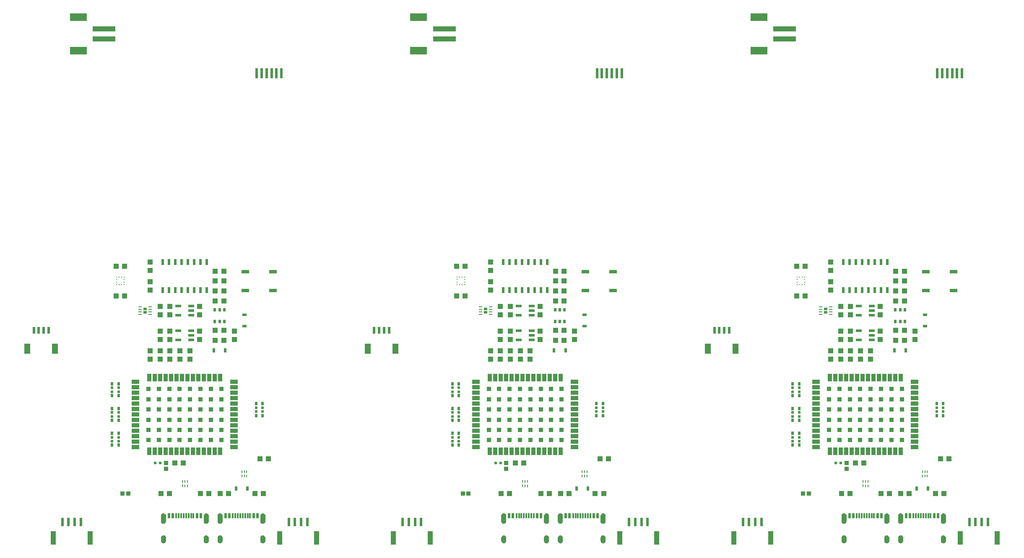
<source format=gtp>
G04 EAGLE Gerber RS-274X export*
G75*
%MOMM*%
%FSLAX34Y34*%
%LPD*%
%INSolderpaste Top*%
%IPPOS*%
%AMOC8*
5,1,8,0,0,1.08239X$1,22.5*%
G01*
%ADD10R,1.000000X1.100000*%
%ADD11R,1.200000X0.550000*%
%ADD12R,0.900000X0.850000*%
%ADD13R,1.100000X1.000000*%
%ADD14R,0.600000X0.600000*%
%ADD15R,0.850000X1.520000*%
%ADD16R,1.520000X0.850000*%
%ADD17R,0.900000X0.900000*%
%ADD18R,0.300000X1.000000*%
%ADD19R,0.600000X1.000000*%
%ADD20R,0.250000X0.610000*%
%ADD21R,0.250000X0.560000*%
%ADD22R,4.600000X1.000000*%
%ADD23R,3.400000X1.600000*%
%ADD24R,0.600000X1.700000*%
%ADD25R,1.000000X2.700000*%
%ADD26R,0.630000X0.830000*%
%ADD27R,0.637500X0.250000*%
%ADD28R,0.640000X0.500000*%
%ADD29R,1.200000X2.000000*%
%ADD30R,0.600000X1.350000*%
%ADD31R,0.600000X1.200000*%
%ADD32R,1.524000X0.762000*%
%ADD33R,0.550000X0.800000*%
%ADD34R,0.550000X0.500000*%
%ADD35R,0.830000X0.630000*%
%ADD36R,0.275000X0.250000*%
%ADD37R,0.250000X0.275000*%
%ADD38R,0.850000X0.900000*%
%ADD39R,0.600000X2.000000*%

G36*
X1071688Y41864D02*
X1071688Y41864D01*
X1071689Y41864D01*
X1072757Y41883D01*
X1072764Y41888D01*
X1072768Y41884D01*
X1073805Y42141D01*
X1073810Y42147D01*
X1073816Y42144D01*
X1074770Y42625D01*
X1074774Y42632D01*
X1074779Y42631D01*
X1075603Y43312D01*
X1075604Y43320D01*
X1075610Y43320D01*
X1076261Y44167D01*
X1076261Y44175D01*
X1076267Y44176D01*
X1076714Y45147D01*
X1076712Y45155D01*
X1076717Y45157D01*
X1076936Y46203D01*
X1076933Y46210D01*
X1076937Y46213D01*
X1076937Y58213D01*
X1076934Y58218D01*
X1076937Y58221D01*
X1076757Y59316D01*
X1076751Y59322D01*
X1076754Y59327D01*
X1076335Y60355D01*
X1076328Y60359D01*
X1076330Y60364D01*
X1075693Y61273D01*
X1075685Y61276D01*
X1075685Y61281D01*
X1074862Y62026D01*
X1074854Y62026D01*
X1074853Y62032D01*
X1073885Y62574D01*
X1073876Y62573D01*
X1073874Y62579D01*
X1072810Y62892D01*
X1072805Y62890D01*
X1072801Y62890D01*
X1072799Y62894D01*
X1071691Y62962D01*
X1071685Y62958D01*
X1071681Y62962D01*
X1070573Y62792D01*
X1070567Y62786D01*
X1070562Y62789D01*
X1069520Y62377D01*
X1069516Y62370D01*
X1069511Y62372D01*
X1068586Y61738D01*
X1068584Y61731D01*
X1068578Y61731D01*
X1067818Y60908D01*
X1067817Y60900D01*
X1067811Y60899D01*
X1067254Y59927D01*
X1067255Y59919D01*
X1067249Y59917D01*
X1066922Y58845D01*
X1066925Y58838D01*
X1066920Y58834D01*
X1066839Y57717D01*
X1066840Y57714D01*
X1066839Y57713D01*
X1066839Y45713D01*
X1066844Y45707D01*
X1066840Y45702D01*
X1067059Y44758D01*
X1067065Y44753D01*
X1067063Y44747D01*
X1067487Y43875D01*
X1067494Y43872D01*
X1067492Y43866D01*
X1068099Y43110D01*
X1068107Y43108D01*
X1068107Y43103D01*
X1068867Y42501D01*
X1068876Y42501D01*
X1068877Y42495D01*
X1069752Y42078D01*
X1069760Y42079D01*
X1069762Y42074D01*
X1070708Y41862D01*
X1070715Y41865D01*
X1070719Y41861D01*
X1071688Y41864D01*
G37*
G36*
X1185988Y41864D02*
X1185988Y41864D01*
X1185989Y41864D01*
X1187057Y41883D01*
X1187064Y41888D01*
X1187068Y41884D01*
X1188105Y42141D01*
X1188110Y42147D01*
X1188116Y42144D01*
X1189070Y42625D01*
X1189074Y42632D01*
X1189079Y42631D01*
X1189903Y43312D01*
X1189904Y43320D01*
X1189910Y43320D01*
X1190561Y44167D01*
X1190561Y44175D01*
X1190567Y44176D01*
X1191014Y45147D01*
X1191012Y45155D01*
X1191017Y45157D01*
X1191236Y46203D01*
X1191233Y46210D01*
X1191237Y46213D01*
X1191237Y58213D01*
X1191234Y58218D01*
X1191237Y58221D01*
X1191057Y59316D01*
X1191051Y59322D01*
X1191054Y59327D01*
X1190635Y60355D01*
X1190628Y60359D01*
X1190630Y60364D01*
X1189993Y61273D01*
X1189985Y61276D01*
X1189985Y61281D01*
X1189162Y62026D01*
X1189154Y62026D01*
X1189153Y62032D01*
X1188185Y62574D01*
X1188176Y62573D01*
X1188174Y62579D01*
X1187110Y62892D01*
X1187105Y62890D01*
X1187101Y62890D01*
X1187099Y62894D01*
X1185991Y62962D01*
X1185985Y62958D01*
X1185981Y62962D01*
X1184873Y62792D01*
X1184867Y62786D01*
X1184862Y62789D01*
X1183820Y62377D01*
X1183816Y62370D01*
X1183811Y62372D01*
X1182886Y61738D01*
X1182884Y61731D01*
X1182878Y61731D01*
X1182118Y60908D01*
X1182117Y60900D01*
X1182111Y60899D01*
X1181554Y59927D01*
X1181555Y59919D01*
X1181549Y59917D01*
X1181222Y58845D01*
X1181225Y58838D01*
X1181220Y58834D01*
X1181139Y57717D01*
X1181140Y57714D01*
X1181139Y57713D01*
X1181139Y45713D01*
X1181144Y45707D01*
X1181140Y45702D01*
X1181359Y44758D01*
X1181365Y44753D01*
X1181363Y44747D01*
X1181787Y43875D01*
X1181794Y43872D01*
X1181792Y43866D01*
X1182399Y43110D01*
X1182407Y43108D01*
X1182407Y43103D01*
X1183167Y42501D01*
X1183176Y42501D01*
X1183177Y42495D01*
X1184052Y42078D01*
X1184060Y42079D01*
X1184062Y42074D01*
X1185008Y41862D01*
X1185015Y41865D01*
X1185019Y41861D01*
X1185988Y41864D01*
G37*
G36*
X384618Y41864D02*
X384618Y41864D01*
X384619Y41864D01*
X385687Y41883D01*
X385694Y41888D01*
X385698Y41884D01*
X386735Y42141D01*
X386740Y42147D01*
X386746Y42144D01*
X387700Y42625D01*
X387704Y42632D01*
X387709Y42631D01*
X388533Y43312D01*
X388534Y43320D01*
X388540Y43320D01*
X389191Y44167D01*
X389191Y44175D01*
X389197Y44176D01*
X389644Y45147D01*
X389642Y45155D01*
X389647Y45157D01*
X389866Y46203D01*
X389863Y46210D01*
X389867Y46213D01*
X389867Y58213D01*
X389864Y58218D01*
X389867Y58221D01*
X389687Y59316D01*
X389681Y59322D01*
X389684Y59327D01*
X389265Y60355D01*
X389258Y60359D01*
X389260Y60364D01*
X388623Y61273D01*
X388615Y61276D01*
X388615Y61281D01*
X387792Y62026D01*
X387784Y62026D01*
X387783Y62032D01*
X386815Y62574D01*
X386806Y62573D01*
X386804Y62579D01*
X385740Y62892D01*
X385735Y62890D01*
X385731Y62890D01*
X385729Y62894D01*
X384621Y62962D01*
X384615Y62958D01*
X384611Y62962D01*
X383503Y62792D01*
X383497Y62786D01*
X383492Y62789D01*
X382450Y62377D01*
X382446Y62370D01*
X382441Y62372D01*
X381516Y61738D01*
X381514Y61731D01*
X381508Y61731D01*
X380748Y60908D01*
X380747Y60900D01*
X380741Y60899D01*
X380184Y59927D01*
X380185Y59919D01*
X380179Y59917D01*
X379852Y58845D01*
X379855Y58838D01*
X379850Y58834D01*
X379769Y57717D01*
X379770Y57714D01*
X379769Y57713D01*
X379769Y45713D01*
X379774Y45707D01*
X379770Y45702D01*
X379989Y44758D01*
X379995Y44753D01*
X379993Y44747D01*
X380417Y43875D01*
X380424Y43872D01*
X380422Y43866D01*
X381029Y43110D01*
X381037Y43108D01*
X381037Y43103D01*
X381797Y42501D01*
X381806Y42501D01*
X381807Y42495D01*
X382682Y42078D01*
X382690Y42079D01*
X382692Y42074D01*
X383638Y41862D01*
X383645Y41865D01*
X383649Y41861D01*
X384618Y41864D01*
G37*
G36*
X1873058Y41864D02*
X1873058Y41864D01*
X1873059Y41864D01*
X1874127Y41883D01*
X1874134Y41888D01*
X1874138Y41884D01*
X1875175Y42141D01*
X1875180Y42147D01*
X1875186Y42144D01*
X1876140Y42625D01*
X1876144Y42632D01*
X1876149Y42631D01*
X1876973Y43312D01*
X1876974Y43320D01*
X1876980Y43320D01*
X1877631Y44167D01*
X1877631Y44175D01*
X1877637Y44176D01*
X1878084Y45147D01*
X1878082Y45155D01*
X1878087Y45157D01*
X1878306Y46203D01*
X1878303Y46210D01*
X1878307Y46213D01*
X1878307Y58213D01*
X1878304Y58218D01*
X1878307Y58221D01*
X1878127Y59316D01*
X1878121Y59322D01*
X1878124Y59327D01*
X1877705Y60355D01*
X1877698Y60359D01*
X1877700Y60364D01*
X1877063Y61273D01*
X1877055Y61276D01*
X1877055Y61281D01*
X1876232Y62026D01*
X1876224Y62026D01*
X1876223Y62032D01*
X1875255Y62574D01*
X1875246Y62573D01*
X1875244Y62579D01*
X1874180Y62892D01*
X1874175Y62890D01*
X1874171Y62890D01*
X1874169Y62894D01*
X1873061Y62962D01*
X1873055Y62958D01*
X1873051Y62962D01*
X1871943Y62792D01*
X1871937Y62786D01*
X1871932Y62789D01*
X1870890Y62377D01*
X1870886Y62370D01*
X1870881Y62372D01*
X1869956Y61738D01*
X1869954Y61731D01*
X1869948Y61731D01*
X1869188Y60908D01*
X1869187Y60900D01*
X1869181Y60899D01*
X1868624Y59927D01*
X1868625Y59919D01*
X1868619Y59917D01*
X1868292Y58845D01*
X1868295Y58838D01*
X1868290Y58834D01*
X1868209Y57717D01*
X1868210Y57714D01*
X1868209Y57713D01*
X1868209Y45713D01*
X1868214Y45707D01*
X1868210Y45702D01*
X1868429Y44758D01*
X1868435Y44753D01*
X1868433Y44747D01*
X1868857Y43875D01*
X1868864Y43872D01*
X1868862Y43866D01*
X1869469Y43110D01*
X1869477Y43108D01*
X1869477Y43103D01*
X1870237Y42501D01*
X1870246Y42501D01*
X1870247Y42495D01*
X1871122Y42078D01*
X1871130Y42079D01*
X1871132Y42074D01*
X1872078Y41862D01*
X1872085Y41865D01*
X1872089Y41861D01*
X1873058Y41864D01*
G37*
G36*
X498918Y41864D02*
X498918Y41864D01*
X498919Y41864D01*
X499987Y41883D01*
X499994Y41888D01*
X499998Y41884D01*
X501035Y42141D01*
X501040Y42147D01*
X501046Y42144D01*
X502000Y42625D01*
X502004Y42632D01*
X502009Y42631D01*
X502833Y43312D01*
X502834Y43320D01*
X502840Y43320D01*
X503491Y44167D01*
X503491Y44175D01*
X503497Y44176D01*
X503944Y45147D01*
X503942Y45155D01*
X503947Y45157D01*
X504166Y46203D01*
X504163Y46210D01*
X504167Y46213D01*
X504167Y58213D01*
X504164Y58218D01*
X504167Y58221D01*
X503987Y59316D01*
X503981Y59322D01*
X503984Y59327D01*
X503565Y60355D01*
X503558Y60359D01*
X503560Y60364D01*
X502923Y61273D01*
X502915Y61276D01*
X502915Y61281D01*
X502092Y62026D01*
X502084Y62026D01*
X502083Y62032D01*
X501115Y62574D01*
X501106Y62573D01*
X501104Y62579D01*
X500040Y62892D01*
X500035Y62890D01*
X500031Y62890D01*
X500029Y62894D01*
X498921Y62962D01*
X498915Y62958D01*
X498911Y62962D01*
X497803Y62792D01*
X497797Y62786D01*
X497792Y62789D01*
X496750Y62377D01*
X496746Y62370D01*
X496741Y62372D01*
X495816Y61738D01*
X495814Y61731D01*
X495808Y61731D01*
X495048Y60908D01*
X495047Y60900D01*
X495041Y60899D01*
X494484Y59927D01*
X494485Y59919D01*
X494479Y59917D01*
X494152Y58845D01*
X494155Y58838D01*
X494150Y58834D01*
X494069Y57717D01*
X494070Y57714D01*
X494069Y57713D01*
X494069Y45713D01*
X494074Y45707D01*
X494070Y45702D01*
X494289Y44758D01*
X494295Y44753D01*
X494293Y44747D01*
X494717Y43875D01*
X494724Y43872D01*
X494722Y43866D01*
X495329Y43110D01*
X495337Y43108D01*
X495337Y43103D01*
X496097Y42501D01*
X496106Y42501D01*
X496107Y42495D01*
X496982Y42078D01*
X496990Y42079D01*
X496992Y42074D01*
X497938Y41862D01*
X497945Y41865D01*
X497949Y41861D01*
X498918Y41864D01*
G37*
G36*
X1758758Y41864D02*
X1758758Y41864D01*
X1758759Y41864D01*
X1759827Y41883D01*
X1759834Y41888D01*
X1759838Y41884D01*
X1760875Y42141D01*
X1760880Y42147D01*
X1760886Y42144D01*
X1761840Y42625D01*
X1761844Y42632D01*
X1761849Y42631D01*
X1762673Y43312D01*
X1762674Y43320D01*
X1762680Y43320D01*
X1763331Y44167D01*
X1763331Y44175D01*
X1763337Y44176D01*
X1763784Y45147D01*
X1763782Y45155D01*
X1763787Y45157D01*
X1764006Y46203D01*
X1764003Y46210D01*
X1764007Y46213D01*
X1764007Y58213D01*
X1764004Y58218D01*
X1764007Y58221D01*
X1763827Y59316D01*
X1763821Y59322D01*
X1763824Y59327D01*
X1763405Y60355D01*
X1763398Y60359D01*
X1763400Y60364D01*
X1762763Y61273D01*
X1762755Y61276D01*
X1762755Y61281D01*
X1761932Y62026D01*
X1761924Y62026D01*
X1761923Y62032D01*
X1760955Y62574D01*
X1760946Y62573D01*
X1760944Y62579D01*
X1759880Y62892D01*
X1759875Y62890D01*
X1759871Y62890D01*
X1759869Y62894D01*
X1758761Y62962D01*
X1758755Y62958D01*
X1758751Y62962D01*
X1757643Y62792D01*
X1757637Y62786D01*
X1757632Y62789D01*
X1756590Y62377D01*
X1756586Y62370D01*
X1756581Y62372D01*
X1755656Y61738D01*
X1755654Y61731D01*
X1755648Y61731D01*
X1754888Y60908D01*
X1754887Y60900D01*
X1754881Y60899D01*
X1754324Y59927D01*
X1754325Y59919D01*
X1754319Y59917D01*
X1753992Y58845D01*
X1753995Y58838D01*
X1753990Y58834D01*
X1753909Y57717D01*
X1753910Y57714D01*
X1753909Y57713D01*
X1753909Y45713D01*
X1753914Y45707D01*
X1753910Y45702D01*
X1754129Y44758D01*
X1754135Y44753D01*
X1754133Y44747D01*
X1754557Y43875D01*
X1754564Y43872D01*
X1754562Y43866D01*
X1755169Y43110D01*
X1755177Y43108D01*
X1755177Y43103D01*
X1755937Y42501D01*
X1755946Y42501D01*
X1755947Y42495D01*
X1756822Y42078D01*
X1756830Y42079D01*
X1756832Y42074D01*
X1757778Y41862D01*
X1757785Y41865D01*
X1757789Y41861D01*
X1758758Y41864D01*
G37*
G36*
X299199Y41873D02*
X299199Y41873D01*
X299206Y41878D01*
X299210Y41874D01*
X300262Y42124D01*
X300267Y42130D01*
X300272Y42127D01*
X301242Y42604D01*
X301245Y42612D01*
X301251Y42610D01*
X302090Y43291D01*
X302092Y43299D01*
X302098Y43299D01*
X302764Y44150D01*
X302765Y44158D01*
X302770Y44159D01*
X303231Y45137D01*
X303229Y45145D01*
X303235Y45147D01*
X303466Y46203D01*
X303463Y46210D01*
X303467Y46213D01*
X303467Y58213D01*
X303463Y58218D01*
X303467Y58222D01*
X303274Y59327D01*
X303268Y59332D01*
X303271Y59337D01*
X302838Y60372D01*
X302831Y60376D01*
X302833Y60382D01*
X302180Y61294D01*
X302172Y61296D01*
X302173Y61302D01*
X301334Y62046D01*
X301325Y62047D01*
X301325Y62053D01*
X300341Y62591D01*
X300333Y62590D01*
X300331Y62596D01*
X299252Y62902D01*
X299244Y62899D01*
X299241Y62904D01*
X298121Y62962D01*
X298116Y62959D01*
X298113Y62962D01*
X297067Y62844D01*
X297061Y62839D01*
X297056Y62842D01*
X296062Y62494D01*
X296058Y62487D01*
X296053Y62489D01*
X295161Y61929D01*
X295159Y61922D01*
X295153Y61923D01*
X294409Y61178D01*
X294407Y61170D01*
X294402Y61170D01*
X293842Y60279D01*
X293842Y60271D01*
X293837Y60269D01*
X293489Y59275D01*
X293492Y59267D01*
X293487Y59265D01*
X293369Y58219D01*
X293371Y58215D01*
X293369Y58213D01*
X293369Y46213D01*
X293372Y46209D01*
X293369Y46206D01*
X293527Y45209D01*
X293533Y45203D01*
X293530Y45199D01*
X293905Y44262D01*
X293912Y44258D01*
X293910Y44253D01*
X294484Y43423D01*
X294492Y43421D01*
X294491Y43415D01*
X295235Y42734D01*
X295244Y42733D01*
X295244Y42727D01*
X296121Y42229D01*
X296130Y42230D01*
X296132Y42225D01*
X297097Y41934D01*
X297105Y41937D01*
X297108Y41932D01*
X298115Y41864D01*
X298117Y41866D01*
X298118Y41864D01*
X299199Y41873D01*
G37*
G36*
X1787639Y41873D02*
X1787639Y41873D01*
X1787646Y41878D01*
X1787650Y41874D01*
X1788702Y42124D01*
X1788707Y42130D01*
X1788712Y42127D01*
X1789682Y42604D01*
X1789685Y42612D01*
X1789691Y42610D01*
X1790530Y43291D01*
X1790532Y43299D01*
X1790538Y43299D01*
X1791204Y44150D01*
X1791205Y44158D01*
X1791210Y44159D01*
X1791671Y45137D01*
X1791669Y45145D01*
X1791675Y45147D01*
X1791906Y46203D01*
X1791903Y46210D01*
X1791907Y46213D01*
X1791907Y58213D01*
X1791903Y58218D01*
X1791907Y58222D01*
X1791714Y59327D01*
X1791708Y59332D01*
X1791711Y59337D01*
X1791278Y60372D01*
X1791271Y60376D01*
X1791273Y60382D01*
X1790620Y61294D01*
X1790612Y61296D01*
X1790613Y61302D01*
X1789774Y62046D01*
X1789765Y62047D01*
X1789765Y62053D01*
X1788781Y62591D01*
X1788773Y62590D01*
X1788771Y62596D01*
X1787692Y62902D01*
X1787684Y62899D01*
X1787681Y62904D01*
X1786561Y62962D01*
X1786556Y62959D01*
X1786553Y62962D01*
X1785507Y62844D01*
X1785501Y62839D01*
X1785496Y62842D01*
X1784502Y62494D01*
X1784498Y62487D01*
X1784493Y62489D01*
X1783601Y61929D01*
X1783599Y61922D01*
X1783593Y61923D01*
X1782849Y61178D01*
X1782847Y61170D01*
X1782842Y61170D01*
X1782282Y60279D01*
X1782282Y60271D01*
X1782277Y60269D01*
X1781929Y59275D01*
X1781932Y59267D01*
X1781927Y59265D01*
X1781809Y58219D01*
X1781811Y58215D01*
X1781809Y58213D01*
X1781809Y46213D01*
X1781812Y46209D01*
X1781809Y46206D01*
X1781967Y45209D01*
X1781973Y45203D01*
X1781970Y45199D01*
X1782345Y44262D01*
X1782352Y44258D01*
X1782350Y44253D01*
X1782924Y43423D01*
X1782932Y43421D01*
X1782931Y43415D01*
X1783675Y42734D01*
X1783684Y42733D01*
X1783684Y42727D01*
X1784561Y42229D01*
X1784570Y42230D01*
X1784572Y42225D01*
X1785537Y41934D01*
X1785545Y41937D01*
X1785548Y41932D01*
X1786555Y41864D01*
X1786557Y41866D01*
X1786558Y41864D01*
X1787639Y41873D01*
G37*
G36*
X1673339Y41873D02*
X1673339Y41873D01*
X1673346Y41878D01*
X1673350Y41874D01*
X1674402Y42124D01*
X1674407Y42130D01*
X1674412Y42127D01*
X1675382Y42604D01*
X1675385Y42612D01*
X1675391Y42610D01*
X1676230Y43291D01*
X1676232Y43299D01*
X1676238Y43299D01*
X1676904Y44150D01*
X1676905Y44158D01*
X1676910Y44159D01*
X1677371Y45137D01*
X1677369Y45145D01*
X1677375Y45147D01*
X1677606Y46203D01*
X1677603Y46210D01*
X1677607Y46213D01*
X1677607Y58213D01*
X1677603Y58218D01*
X1677607Y58222D01*
X1677414Y59327D01*
X1677408Y59332D01*
X1677411Y59337D01*
X1676978Y60372D01*
X1676971Y60376D01*
X1676973Y60382D01*
X1676320Y61294D01*
X1676312Y61296D01*
X1676313Y61302D01*
X1675474Y62046D01*
X1675465Y62047D01*
X1675465Y62053D01*
X1674481Y62591D01*
X1674473Y62590D01*
X1674471Y62596D01*
X1673392Y62902D01*
X1673384Y62899D01*
X1673381Y62904D01*
X1672261Y62962D01*
X1672256Y62959D01*
X1672253Y62962D01*
X1671207Y62844D01*
X1671201Y62839D01*
X1671196Y62842D01*
X1670202Y62494D01*
X1670198Y62487D01*
X1670193Y62489D01*
X1669301Y61929D01*
X1669299Y61922D01*
X1669293Y61923D01*
X1668549Y61178D01*
X1668547Y61170D01*
X1668542Y61170D01*
X1667982Y60279D01*
X1667982Y60271D01*
X1667977Y60269D01*
X1667629Y59275D01*
X1667632Y59267D01*
X1667627Y59265D01*
X1667509Y58219D01*
X1667511Y58215D01*
X1667509Y58213D01*
X1667509Y46213D01*
X1667512Y46209D01*
X1667509Y46206D01*
X1667667Y45209D01*
X1667673Y45203D01*
X1667670Y45199D01*
X1668045Y44262D01*
X1668052Y44258D01*
X1668050Y44253D01*
X1668624Y43423D01*
X1668632Y43421D01*
X1668631Y43415D01*
X1669375Y42734D01*
X1669384Y42733D01*
X1669384Y42727D01*
X1670261Y42229D01*
X1670270Y42230D01*
X1670272Y42225D01*
X1671237Y41934D01*
X1671245Y41937D01*
X1671248Y41932D01*
X1672255Y41864D01*
X1672257Y41866D01*
X1672258Y41864D01*
X1673339Y41873D01*
G37*
G36*
X986269Y41873D02*
X986269Y41873D01*
X986276Y41878D01*
X986280Y41874D01*
X987332Y42124D01*
X987337Y42130D01*
X987342Y42127D01*
X988312Y42604D01*
X988315Y42612D01*
X988321Y42610D01*
X989160Y43291D01*
X989162Y43299D01*
X989168Y43299D01*
X989834Y44150D01*
X989835Y44158D01*
X989840Y44159D01*
X990301Y45137D01*
X990299Y45145D01*
X990305Y45147D01*
X990536Y46203D01*
X990533Y46210D01*
X990537Y46213D01*
X990537Y58213D01*
X990533Y58218D01*
X990537Y58222D01*
X990344Y59327D01*
X990338Y59332D01*
X990341Y59337D01*
X989908Y60372D01*
X989901Y60376D01*
X989903Y60382D01*
X989250Y61294D01*
X989242Y61296D01*
X989243Y61302D01*
X988404Y62046D01*
X988395Y62047D01*
X988395Y62053D01*
X987411Y62591D01*
X987403Y62590D01*
X987401Y62596D01*
X986322Y62902D01*
X986314Y62899D01*
X986311Y62904D01*
X985191Y62962D01*
X985186Y62959D01*
X985183Y62962D01*
X984137Y62844D01*
X984131Y62839D01*
X984126Y62842D01*
X983132Y62494D01*
X983128Y62487D01*
X983123Y62489D01*
X982231Y61929D01*
X982229Y61922D01*
X982223Y61923D01*
X981479Y61178D01*
X981477Y61170D01*
X981472Y61170D01*
X980912Y60279D01*
X980912Y60271D01*
X980907Y60269D01*
X980559Y59275D01*
X980562Y59267D01*
X980557Y59265D01*
X980439Y58219D01*
X980441Y58215D01*
X980439Y58213D01*
X980439Y46213D01*
X980442Y46209D01*
X980439Y46206D01*
X980597Y45209D01*
X980603Y45203D01*
X980600Y45199D01*
X980975Y44262D01*
X980982Y44258D01*
X980980Y44253D01*
X981554Y43423D01*
X981562Y43421D01*
X981561Y43415D01*
X982305Y42734D01*
X982314Y42733D01*
X982314Y42727D01*
X983191Y42229D01*
X983200Y42230D01*
X983202Y42225D01*
X984167Y41934D01*
X984175Y41937D01*
X984178Y41932D01*
X985185Y41864D01*
X985187Y41866D01*
X985188Y41864D01*
X986269Y41873D01*
G37*
G36*
X1100569Y41873D02*
X1100569Y41873D01*
X1100576Y41878D01*
X1100580Y41874D01*
X1101632Y42124D01*
X1101637Y42130D01*
X1101642Y42127D01*
X1102612Y42604D01*
X1102615Y42612D01*
X1102621Y42610D01*
X1103460Y43291D01*
X1103462Y43299D01*
X1103468Y43299D01*
X1104134Y44150D01*
X1104135Y44158D01*
X1104140Y44159D01*
X1104601Y45137D01*
X1104599Y45145D01*
X1104605Y45147D01*
X1104836Y46203D01*
X1104833Y46210D01*
X1104837Y46213D01*
X1104837Y58213D01*
X1104833Y58218D01*
X1104837Y58222D01*
X1104644Y59327D01*
X1104638Y59332D01*
X1104641Y59337D01*
X1104208Y60372D01*
X1104201Y60376D01*
X1104203Y60382D01*
X1103550Y61294D01*
X1103542Y61296D01*
X1103543Y61302D01*
X1102704Y62046D01*
X1102695Y62047D01*
X1102695Y62053D01*
X1101711Y62591D01*
X1101703Y62590D01*
X1101701Y62596D01*
X1100622Y62902D01*
X1100614Y62899D01*
X1100611Y62904D01*
X1099491Y62962D01*
X1099486Y62959D01*
X1099483Y62962D01*
X1098437Y62844D01*
X1098431Y62839D01*
X1098426Y62842D01*
X1097432Y62494D01*
X1097428Y62487D01*
X1097423Y62489D01*
X1096531Y61929D01*
X1096529Y61922D01*
X1096523Y61923D01*
X1095779Y61178D01*
X1095777Y61170D01*
X1095772Y61170D01*
X1095212Y60279D01*
X1095212Y60271D01*
X1095207Y60269D01*
X1094859Y59275D01*
X1094862Y59267D01*
X1094857Y59265D01*
X1094739Y58219D01*
X1094741Y58215D01*
X1094739Y58213D01*
X1094739Y46213D01*
X1094742Y46209D01*
X1094739Y46206D01*
X1094897Y45209D01*
X1094903Y45203D01*
X1094900Y45199D01*
X1095275Y44262D01*
X1095282Y44258D01*
X1095280Y44253D01*
X1095854Y43423D01*
X1095862Y43421D01*
X1095861Y43415D01*
X1096605Y42734D01*
X1096614Y42733D01*
X1096614Y42727D01*
X1097491Y42229D01*
X1097500Y42230D01*
X1097502Y42225D01*
X1098467Y41934D01*
X1098475Y41937D01*
X1098478Y41932D01*
X1099485Y41864D01*
X1099487Y41866D01*
X1099488Y41864D01*
X1100569Y41873D01*
G37*
G36*
X413499Y41873D02*
X413499Y41873D01*
X413506Y41878D01*
X413510Y41874D01*
X414562Y42124D01*
X414567Y42130D01*
X414572Y42127D01*
X415542Y42604D01*
X415545Y42612D01*
X415551Y42610D01*
X416390Y43291D01*
X416392Y43299D01*
X416398Y43299D01*
X417064Y44150D01*
X417065Y44158D01*
X417070Y44159D01*
X417531Y45137D01*
X417529Y45145D01*
X417535Y45147D01*
X417766Y46203D01*
X417763Y46210D01*
X417767Y46213D01*
X417767Y58213D01*
X417763Y58218D01*
X417767Y58222D01*
X417574Y59327D01*
X417568Y59332D01*
X417571Y59337D01*
X417138Y60372D01*
X417131Y60376D01*
X417133Y60382D01*
X416480Y61294D01*
X416472Y61296D01*
X416473Y61302D01*
X415634Y62046D01*
X415625Y62047D01*
X415625Y62053D01*
X414641Y62591D01*
X414633Y62590D01*
X414631Y62596D01*
X413552Y62902D01*
X413544Y62899D01*
X413541Y62904D01*
X412421Y62962D01*
X412416Y62959D01*
X412413Y62962D01*
X411367Y62844D01*
X411361Y62839D01*
X411356Y62842D01*
X410362Y62494D01*
X410358Y62487D01*
X410353Y62489D01*
X409461Y61929D01*
X409459Y61922D01*
X409453Y61923D01*
X408709Y61178D01*
X408707Y61170D01*
X408702Y61170D01*
X408142Y60279D01*
X408142Y60271D01*
X408137Y60269D01*
X407789Y59275D01*
X407792Y59267D01*
X407787Y59265D01*
X407669Y58219D01*
X407671Y58215D01*
X407669Y58213D01*
X407669Y46213D01*
X407672Y46209D01*
X407669Y46206D01*
X407827Y45209D01*
X407833Y45203D01*
X407830Y45199D01*
X408205Y44262D01*
X408212Y44258D01*
X408210Y44253D01*
X408784Y43423D01*
X408792Y43421D01*
X408791Y43415D01*
X409535Y42734D01*
X409544Y42733D01*
X409544Y42727D01*
X410421Y42229D01*
X410430Y42230D01*
X410432Y42225D01*
X411397Y41934D01*
X411405Y41937D01*
X411408Y41932D01*
X412415Y41864D01*
X412417Y41866D01*
X412418Y41864D01*
X413499Y41873D01*
G37*
G36*
X1186492Y2368D02*
X1186492Y2368D01*
X1186495Y2364D01*
X1187571Y2519D01*
X1187576Y2525D01*
X1187581Y2522D01*
X1188595Y2913D01*
X1188599Y2920D01*
X1188605Y2918D01*
X1189507Y3524D01*
X1189509Y3532D01*
X1189515Y3531D01*
X1190259Y4323D01*
X1190260Y4331D01*
X1190266Y4332D01*
X1190815Y5269D01*
X1190814Y5277D01*
X1190820Y5279D01*
X1191147Y6315D01*
X1191144Y6323D01*
X1191149Y6326D01*
X1191237Y7409D01*
X1191235Y7412D01*
X1191237Y7413D01*
X1191237Y13413D01*
X1191234Y13417D01*
X1191237Y13420D01*
X1191087Y14552D01*
X1191081Y14558D01*
X1191084Y14563D01*
X1190686Y15633D01*
X1190679Y15638D01*
X1190681Y15643D01*
X1190054Y16598D01*
X1190046Y16601D01*
X1190047Y16607D01*
X1189224Y17398D01*
X1189216Y17399D01*
X1189215Y17405D01*
X1188236Y17994D01*
X1188228Y17993D01*
X1188226Y17998D01*
X1187141Y18354D01*
X1187133Y18352D01*
X1187130Y18357D01*
X1185993Y18462D01*
X1185984Y18457D01*
X1185979Y18462D01*
X1184842Y18255D01*
X1184836Y18249D01*
X1184831Y18251D01*
X1183769Y17797D01*
X1183765Y17789D01*
X1183759Y17791D01*
X1182824Y17111D01*
X1182822Y17103D01*
X1182816Y17104D01*
X1182056Y16233D01*
X1182056Y16225D01*
X1182050Y16224D01*
X1181503Y15206D01*
X1181504Y15198D01*
X1181499Y15195D01*
X1181495Y15182D01*
X1181482Y15133D01*
X1181481Y15133D01*
X1181482Y15133D01*
X1181468Y15084D01*
X1181454Y15035D01*
X1181454Y15034D01*
X1181441Y14985D01*
X1181427Y14936D01*
X1181414Y14887D01*
X1181400Y14838D01*
X1181400Y14837D01*
X1181387Y14788D01*
X1181373Y14739D01*
X1181359Y14690D01*
X1181346Y14641D01*
X1181346Y14640D01*
X1181332Y14591D01*
X1181319Y14542D01*
X1181305Y14493D01*
X1181292Y14444D01*
X1181292Y14443D01*
X1181278Y14394D01*
X1181265Y14345D01*
X1181264Y14345D01*
X1181251Y14296D01*
X1181237Y14247D01*
X1181192Y14081D01*
X1181195Y14073D01*
X1181190Y14070D01*
X1181139Y12915D01*
X1181140Y12914D01*
X1181139Y12913D01*
X1181139Y6913D01*
X1181143Y6908D01*
X1181140Y6904D01*
X1181352Y5823D01*
X1181358Y5818D01*
X1181355Y5813D01*
X1181802Y4807D01*
X1181809Y4803D01*
X1181807Y4797D01*
X1182467Y3916D01*
X1182475Y3914D01*
X1182475Y3908D01*
X1183314Y3195D01*
X1183322Y3195D01*
X1183323Y3189D01*
X1184300Y2681D01*
X1184308Y2683D01*
X1184310Y2677D01*
X1185375Y2399D01*
X1185383Y2403D01*
X1185386Y2398D01*
X1186487Y2364D01*
X1186492Y2368D01*
G37*
G36*
X1072192Y2368D02*
X1072192Y2368D01*
X1072195Y2364D01*
X1073271Y2519D01*
X1073276Y2525D01*
X1073281Y2522D01*
X1074295Y2913D01*
X1074299Y2920D01*
X1074305Y2918D01*
X1075207Y3524D01*
X1075209Y3532D01*
X1075215Y3531D01*
X1075959Y4323D01*
X1075960Y4331D01*
X1075966Y4332D01*
X1076515Y5269D01*
X1076514Y5277D01*
X1076520Y5279D01*
X1076847Y6315D01*
X1076844Y6323D01*
X1076849Y6326D01*
X1076937Y7409D01*
X1076935Y7412D01*
X1076937Y7413D01*
X1076937Y13413D01*
X1076934Y13417D01*
X1076937Y13420D01*
X1076787Y14552D01*
X1076781Y14558D01*
X1076784Y14563D01*
X1076386Y15633D01*
X1076379Y15638D01*
X1076381Y15643D01*
X1075754Y16598D01*
X1075746Y16601D01*
X1075747Y16607D01*
X1074924Y17398D01*
X1074916Y17399D01*
X1074915Y17405D01*
X1073936Y17994D01*
X1073928Y17993D01*
X1073926Y17998D01*
X1072841Y18354D01*
X1072833Y18352D01*
X1072830Y18357D01*
X1071693Y18462D01*
X1071684Y18457D01*
X1071679Y18462D01*
X1070542Y18255D01*
X1070536Y18249D01*
X1070531Y18251D01*
X1069469Y17797D01*
X1069465Y17789D01*
X1069459Y17791D01*
X1068524Y17111D01*
X1068522Y17103D01*
X1068516Y17104D01*
X1067756Y16233D01*
X1067756Y16225D01*
X1067750Y16224D01*
X1067203Y15206D01*
X1067204Y15198D01*
X1067199Y15195D01*
X1067195Y15182D01*
X1067182Y15133D01*
X1067181Y15133D01*
X1067182Y15133D01*
X1067168Y15084D01*
X1067154Y15035D01*
X1067154Y15034D01*
X1067141Y14985D01*
X1067127Y14936D01*
X1067114Y14887D01*
X1067100Y14838D01*
X1067100Y14837D01*
X1067087Y14788D01*
X1067073Y14739D01*
X1067059Y14690D01*
X1067046Y14641D01*
X1067046Y14640D01*
X1067032Y14591D01*
X1067019Y14542D01*
X1067005Y14493D01*
X1066992Y14444D01*
X1066992Y14443D01*
X1066978Y14394D01*
X1066965Y14345D01*
X1066964Y14345D01*
X1066951Y14296D01*
X1066937Y14247D01*
X1066892Y14081D01*
X1066895Y14073D01*
X1066890Y14070D01*
X1066839Y12915D01*
X1066840Y12914D01*
X1066839Y12913D01*
X1066839Y6913D01*
X1066843Y6908D01*
X1066840Y6904D01*
X1067052Y5823D01*
X1067058Y5818D01*
X1067055Y5813D01*
X1067502Y4807D01*
X1067509Y4803D01*
X1067507Y4797D01*
X1068167Y3916D01*
X1068175Y3914D01*
X1068175Y3908D01*
X1069014Y3195D01*
X1069022Y3195D01*
X1069023Y3189D01*
X1070000Y2681D01*
X1070008Y2683D01*
X1070010Y2677D01*
X1071075Y2399D01*
X1071083Y2403D01*
X1071086Y2398D01*
X1072187Y2364D01*
X1072192Y2368D01*
G37*
G36*
X385122Y2368D02*
X385122Y2368D01*
X385125Y2364D01*
X386201Y2519D01*
X386206Y2525D01*
X386211Y2522D01*
X387225Y2913D01*
X387229Y2920D01*
X387235Y2918D01*
X388137Y3524D01*
X388139Y3532D01*
X388145Y3531D01*
X388889Y4323D01*
X388890Y4331D01*
X388896Y4332D01*
X389445Y5269D01*
X389444Y5277D01*
X389450Y5279D01*
X389777Y6315D01*
X389774Y6323D01*
X389779Y6326D01*
X389867Y7409D01*
X389865Y7412D01*
X389867Y7413D01*
X389867Y13413D01*
X389864Y13417D01*
X389867Y13420D01*
X389717Y14552D01*
X389711Y14558D01*
X389714Y14563D01*
X389316Y15633D01*
X389309Y15638D01*
X389311Y15643D01*
X388684Y16598D01*
X388676Y16601D01*
X388677Y16607D01*
X387854Y17398D01*
X387846Y17399D01*
X387845Y17405D01*
X386866Y17994D01*
X386858Y17993D01*
X386856Y17998D01*
X385771Y18354D01*
X385763Y18352D01*
X385760Y18357D01*
X384623Y18462D01*
X384614Y18457D01*
X384609Y18462D01*
X383472Y18255D01*
X383466Y18249D01*
X383461Y18251D01*
X382399Y17797D01*
X382395Y17789D01*
X382389Y17791D01*
X381454Y17111D01*
X381452Y17103D01*
X381446Y17104D01*
X380686Y16233D01*
X380686Y16225D01*
X380680Y16224D01*
X380133Y15206D01*
X380134Y15198D01*
X380129Y15195D01*
X380125Y15182D01*
X380112Y15133D01*
X380111Y15133D01*
X380112Y15133D01*
X380098Y15084D01*
X380084Y15035D01*
X380084Y15034D01*
X380071Y14985D01*
X380057Y14936D01*
X380044Y14887D01*
X380030Y14838D01*
X380030Y14837D01*
X380017Y14788D01*
X380003Y14739D01*
X379989Y14690D01*
X379976Y14641D01*
X379976Y14640D01*
X379962Y14591D01*
X379949Y14542D01*
X379935Y14493D01*
X379922Y14444D01*
X379922Y14443D01*
X379908Y14394D01*
X379895Y14345D01*
X379894Y14345D01*
X379881Y14296D01*
X379867Y14247D01*
X379822Y14081D01*
X379825Y14073D01*
X379820Y14070D01*
X379769Y12915D01*
X379770Y12914D01*
X379769Y12913D01*
X379769Y6913D01*
X379773Y6908D01*
X379770Y6904D01*
X379982Y5823D01*
X379988Y5818D01*
X379985Y5813D01*
X380432Y4807D01*
X380439Y4803D01*
X380437Y4797D01*
X381097Y3916D01*
X381105Y3914D01*
X381105Y3908D01*
X381944Y3195D01*
X381952Y3195D01*
X381953Y3189D01*
X382930Y2681D01*
X382938Y2683D01*
X382940Y2677D01*
X384005Y2399D01*
X384013Y2403D01*
X384016Y2398D01*
X385117Y2364D01*
X385122Y2368D01*
G37*
G36*
X1759262Y2368D02*
X1759262Y2368D01*
X1759265Y2364D01*
X1760341Y2519D01*
X1760346Y2525D01*
X1760351Y2522D01*
X1761365Y2913D01*
X1761369Y2920D01*
X1761375Y2918D01*
X1762277Y3524D01*
X1762279Y3532D01*
X1762285Y3531D01*
X1763029Y4323D01*
X1763030Y4331D01*
X1763036Y4332D01*
X1763585Y5269D01*
X1763584Y5277D01*
X1763590Y5279D01*
X1763917Y6315D01*
X1763914Y6323D01*
X1763919Y6326D01*
X1764007Y7409D01*
X1764005Y7412D01*
X1764007Y7413D01*
X1764007Y13413D01*
X1764004Y13417D01*
X1764007Y13420D01*
X1763857Y14552D01*
X1763851Y14558D01*
X1763854Y14563D01*
X1763456Y15633D01*
X1763449Y15638D01*
X1763451Y15643D01*
X1762824Y16598D01*
X1762816Y16601D01*
X1762817Y16607D01*
X1761994Y17398D01*
X1761986Y17399D01*
X1761985Y17405D01*
X1761006Y17994D01*
X1760998Y17993D01*
X1760996Y17998D01*
X1759911Y18354D01*
X1759903Y18352D01*
X1759900Y18357D01*
X1758763Y18462D01*
X1758754Y18457D01*
X1758749Y18462D01*
X1757612Y18255D01*
X1757606Y18249D01*
X1757601Y18251D01*
X1756539Y17797D01*
X1756535Y17789D01*
X1756529Y17791D01*
X1755594Y17111D01*
X1755592Y17103D01*
X1755586Y17104D01*
X1754826Y16233D01*
X1754826Y16225D01*
X1754820Y16224D01*
X1754273Y15206D01*
X1754274Y15198D01*
X1754269Y15195D01*
X1754265Y15182D01*
X1754252Y15133D01*
X1754251Y15133D01*
X1754252Y15133D01*
X1754238Y15084D01*
X1754224Y15035D01*
X1754224Y15034D01*
X1754211Y14985D01*
X1754197Y14936D01*
X1754184Y14887D01*
X1754170Y14838D01*
X1754170Y14837D01*
X1754157Y14788D01*
X1754143Y14739D01*
X1754129Y14690D01*
X1754116Y14641D01*
X1754116Y14640D01*
X1754102Y14591D01*
X1754089Y14542D01*
X1754075Y14493D01*
X1754062Y14444D01*
X1754062Y14443D01*
X1754048Y14394D01*
X1754035Y14345D01*
X1754034Y14345D01*
X1754021Y14296D01*
X1754007Y14247D01*
X1753962Y14081D01*
X1753965Y14073D01*
X1753960Y14070D01*
X1753909Y12915D01*
X1753910Y12914D01*
X1753909Y12913D01*
X1753909Y6913D01*
X1753913Y6908D01*
X1753910Y6904D01*
X1754122Y5823D01*
X1754128Y5818D01*
X1754125Y5813D01*
X1754572Y4807D01*
X1754579Y4803D01*
X1754577Y4797D01*
X1755237Y3916D01*
X1755245Y3914D01*
X1755245Y3908D01*
X1756084Y3195D01*
X1756092Y3195D01*
X1756093Y3189D01*
X1757070Y2681D01*
X1757078Y2683D01*
X1757080Y2677D01*
X1758145Y2399D01*
X1758153Y2403D01*
X1758156Y2398D01*
X1759257Y2364D01*
X1759262Y2368D01*
G37*
G36*
X1873562Y2368D02*
X1873562Y2368D01*
X1873565Y2364D01*
X1874641Y2519D01*
X1874646Y2525D01*
X1874651Y2522D01*
X1875665Y2913D01*
X1875669Y2920D01*
X1875675Y2918D01*
X1876577Y3524D01*
X1876579Y3532D01*
X1876585Y3531D01*
X1877329Y4323D01*
X1877330Y4331D01*
X1877336Y4332D01*
X1877885Y5269D01*
X1877884Y5277D01*
X1877890Y5279D01*
X1878217Y6315D01*
X1878214Y6323D01*
X1878219Y6326D01*
X1878307Y7409D01*
X1878305Y7412D01*
X1878307Y7413D01*
X1878307Y13413D01*
X1878304Y13417D01*
X1878307Y13420D01*
X1878157Y14552D01*
X1878151Y14558D01*
X1878154Y14563D01*
X1877756Y15633D01*
X1877749Y15638D01*
X1877751Y15643D01*
X1877124Y16598D01*
X1877116Y16601D01*
X1877117Y16607D01*
X1876294Y17398D01*
X1876286Y17399D01*
X1876285Y17405D01*
X1875306Y17994D01*
X1875298Y17993D01*
X1875296Y17998D01*
X1874211Y18354D01*
X1874203Y18352D01*
X1874200Y18357D01*
X1873063Y18462D01*
X1873054Y18457D01*
X1873049Y18462D01*
X1871912Y18255D01*
X1871906Y18249D01*
X1871901Y18251D01*
X1870839Y17797D01*
X1870835Y17789D01*
X1870829Y17791D01*
X1869894Y17111D01*
X1869892Y17103D01*
X1869886Y17104D01*
X1869126Y16233D01*
X1869126Y16225D01*
X1869120Y16224D01*
X1868573Y15206D01*
X1868574Y15198D01*
X1868569Y15195D01*
X1868565Y15182D01*
X1868552Y15133D01*
X1868551Y15133D01*
X1868552Y15133D01*
X1868538Y15084D01*
X1868524Y15035D01*
X1868524Y15034D01*
X1868511Y14985D01*
X1868497Y14936D01*
X1868484Y14887D01*
X1868470Y14838D01*
X1868470Y14837D01*
X1868457Y14788D01*
X1868443Y14739D01*
X1868429Y14690D01*
X1868416Y14641D01*
X1868416Y14640D01*
X1868402Y14591D01*
X1868389Y14542D01*
X1868375Y14493D01*
X1868362Y14444D01*
X1868362Y14443D01*
X1868348Y14394D01*
X1868335Y14345D01*
X1868334Y14345D01*
X1868321Y14296D01*
X1868307Y14247D01*
X1868262Y14081D01*
X1868265Y14073D01*
X1868260Y14070D01*
X1868209Y12915D01*
X1868210Y12914D01*
X1868209Y12913D01*
X1868209Y6913D01*
X1868213Y6908D01*
X1868210Y6904D01*
X1868422Y5823D01*
X1868428Y5818D01*
X1868425Y5813D01*
X1868872Y4807D01*
X1868879Y4803D01*
X1868877Y4797D01*
X1869537Y3916D01*
X1869545Y3914D01*
X1869545Y3908D01*
X1870384Y3195D01*
X1870392Y3195D01*
X1870393Y3189D01*
X1871370Y2681D01*
X1871378Y2683D01*
X1871380Y2677D01*
X1872445Y2399D01*
X1872453Y2403D01*
X1872456Y2398D01*
X1873557Y2364D01*
X1873562Y2368D01*
G37*
G36*
X499422Y2368D02*
X499422Y2368D01*
X499425Y2364D01*
X500501Y2519D01*
X500506Y2525D01*
X500511Y2522D01*
X501525Y2913D01*
X501529Y2920D01*
X501535Y2918D01*
X502437Y3524D01*
X502439Y3532D01*
X502445Y3531D01*
X503189Y4323D01*
X503190Y4331D01*
X503196Y4332D01*
X503745Y5269D01*
X503744Y5277D01*
X503750Y5279D01*
X504077Y6315D01*
X504074Y6323D01*
X504079Y6326D01*
X504167Y7409D01*
X504165Y7412D01*
X504167Y7413D01*
X504167Y13413D01*
X504164Y13417D01*
X504167Y13420D01*
X504017Y14552D01*
X504011Y14558D01*
X504014Y14563D01*
X503616Y15633D01*
X503609Y15638D01*
X503611Y15643D01*
X502984Y16598D01*
X502976Y16601D01*
X502977Y16607D01*
X502154Y17398D01*
X502146Y17399D01*
X502145Y17405D01*
X501166Y17994D01*
X501158Y17993D01*
X501156Y17998D01*
X500071Y18354D01*
X500063Y18352D01*
X500060Y18357D01*
X498923Y18462D01*
X498914Y18457D01*
X498909Y18462D01*
X497772Y18255D01*
X497766Y18249D01*
X497761Y18251D01*
X496699Y17797D01*
X496695Y17789D01*
X496689Y17791D01*
X495754Y17111D01*
X495752Y17103D01*
X495746Y17104D01*
X494986Y16233D01*
X494986Y16225D01*
X494980Y16224D01*
X494433Y15206D01*
X494434Y15198D01*
X494429Y15195D01*
X494425Y15182D01*
X494412Y15133D01*
X494411Y15133D01*
X494412Y15133D01*
X494398Y15084D01*
X494384Y15035D01*
X494384Y15034D01*
X494371Y14985D01*
X494357Y14936D01*
X494344Y14887D01*
X494330Y14838D01*
X494330Y14837D01*
X494317Y14788D01*
X494303Y14739D01*
X494289Y14690D01*
X494276Y14641D01*
X494276Y14640D01*
X494262Y14591D01*
X494249Y14542D01*
X494235Y14493D01*
X494222Y14444D01*
X494222Y14443D01*
X494208Y14394D01*
X494195Y14345D01*
X494194Y14345D01*
X494181Y14296D01*
X494167Y14247D01*
X494122Y14081D01*
X494125Y14073D01*
X494120Y14070D01*
X494069Y12915D01*
X494070Y12914D01*
X494069Y12913D01*
X494069Y6913D01*
X494073Y6908D01*
X494070Y6904D01*
X494282Y5823D01*
X494288Y5818D01*
X494285Y5813D01*
X494732Y4807D01*
X494739Y4803D01*
X494737Y4797D01*
X495397Y3916D01*
X495405Y3914D01*
X495405Y3908D01*
X496244Y3195D01*
X496252Y3195D01*
X496253Y3189D01*
X497230Y2681D01*
X497238Y2683D01*
X497240Y2677D01*
X498305Y2399D01*
X498313Y2403D01*
X498316Y2398D01*
X499417Y2364D01*
X499422Y2368D01*
G37*
G36*
X412920Y2369D02*
X412920Y2369D01*
X412925Y2364D01*
X414012Y2509D01*
X414018Y2515D01*
X414023Y2512D01*
X415051Y2896D01*
X415056Y2903D01*
X415061Y2901D01*
X415978Y3503D01*
X415981Y3511D01*
X415987Y3510D01*
X416747Y4302D01*
X416748Y4310D01*
X416754Y4311D01*
X417318Y5252D01*
X417318Y5256D01*
X417319Y5256D01*
X417318Y5258D01*
X417317Y5260D01*
X417323Y5262D01*
X417664Y6305D01*
X417662Y6313D01*
X417666Y6316D01*
X417767Y7409D01*
X417765Y7412D01*
X417767Y7413D01*
X417767Y13413D01*
X417765Y13416D01*
X417767Y13418D01*
X417666Y14511D01*
X417661Y14517D01*
X417664Y14521D01*
X417323Y15564D01*
X417316Y15569D01*
X417318Y15574D01*
X416754Y16515D01*
X416746Y16518D01*
X416747Y16524D01*
X415987Y17316D01*
X415979Y17317D01*
X415978Y17323D01*
X415061Y17926D01*
X415053Y17925D01*
X415051Y17931D01*
X414023Y18314D01*
X414015Y18312D01*
X414012Y18317D01*
X412925Y18462D01*
X412917Y18458D01*
X412913Y18462D01*
X411776Y18357D01*
X411770Y18351D01*
X411765Y18354D01*
X410680Y17998D01*
X410675Y17992D01*
X410670Y17994D01*
X409691Y17405D01*
X409688Y17397D01*
X409682Y17398D01*
X408859Y16607D01*
X408858Y16599D01*
X408852Y16598D01*
X408225Y15643D01*
X408226Y15635D01*
X408220Y15633D01*
X407822Y14563D01*
X407824Y14555D01*
X407819Y14552D01*
X407669Y13420D01*
X407672Y13415D01*
X407669Y13413D01*
X407669Y7413D01*
X407672Y7409D01*
X407669Y7407D01*
X407819Y6274D01*
X407825Y6269D01*
X407822Y6264D01*
X408220Y5193D01*
X408227Y5189D01*
X408225Y5183D01*
X408852Y4228D01*
X408860Y4225D01*
X408859Y4220D01*
X409682Y3428D01*
X409690Y3427D01*
X409691Y3421D01*
X410670Y2833D01*
X410678Y2834D01*
X410680Y2828D01*
X411765Y2472D01*
X411773Y2475D01*
X411776Y2470D01*
X412913Y2364D01*
X412920Y2369D01*
G37*
G36*
X1787060Y2369D02*
X1787060Y2369D01*
X1787065Y2364D01*
X1788152Y2509D01*
X1788158Y2515D01*
X1788163Y2512D01*
X1789191Y2896D01*
X1789196Y2903D01*
X1789201Y2901D01*
X1790118Y3503D01*
X1790121Y3511D01*
X1790127Y3510D01*
X1790887Y4302D01*
X1790888Y4310D01*
X1790894Y4311D01*
X1791458Y5252D01*
X1791458Y5256D01*
X1791459Y5256D01*
X1791458Y5258D01*
X1791457Y5260D01*
X1791463Y5262D01*
X1791804Y6305D01*
X1791802Y6313D01*
X1791806Y6316D01*
X1791907Y7409D01*
X1791905Y7412D01*
X1791907Y7413D01*
X1791907Y13413D01*
X1791905Y13416D01*
X1791907Y13418D01*
X1791806Y14511D01*
X1791801Y14517D01*
X1791804Y14521D01*
X1791463Y15564D01*
X1791456Y15569D01*
X1791458Y15574D01*
X1790894Y16515D01*
X1790886Y16518D01*
X1790887Y16524D01*
X1790127Y17316D01*
X1790119Y17317D01*
X1790118Y17323D01*
X1789201Y17926D01*
X1789193Y17925D01*
X1789191Y17931D01*
X1788163Y18314D01*
X1788155Y18312D01*
X1788152Y18317D01*
X1787065Y18462D01*
X1787057Y18458D01*
X1787053Y18462D01*
X1785916Y18357D01*
X1785910Y18351D01*
X1785905Y18354D01*
X1784820Y17998D01*
X1784815Y17992D01*
X1784810Y17994D01*
X1783831Y17405D01*
X1783828Y17397D01*
X1783822Y17398D01*
X1782999Y16607D01*
X1782998Y16599D01*
X1782992Y16598D01*
X1782365Y15643D01*
X1782366Y15635D01*
X1782360Y15633D01*
X1781962Y14563D01*
X1781964Y14555D01*
X1781959Y14552D01*
X1781809Y13420D01*
X1781812Y13415D01*
X1781809Y13413D01*
X1781809Y7413D01*
X1781812Y7409D01*
X1781809Y7407D01*
X1781959Y6274D01*
X1781965Y6269D01*
X1781962Y6264D01*
X1782360Y5193D01*
X1782367Y5189D01*
X1782365Y5183D01*
X1782992Y4228D01*
X1783000Y4225D01*
X1782999Y4220D01*
X1783822Y3428D01*
X1783830Y3427D01*
X1783831Y3421D01*
X1784810Y2833D01*
X1784818Y2834D01*
X1784820Y2828D01*
X1785905Y2472D01*
X1785913Y2475D01*
X1785916Y2470D01*
X1787053Y2364D01*
X1787060Y2369D01*
G37*
G36*
X1099990Y2369D02*
X1099990Y2369D01*
X1099995Y2364D01*
X1101082Y2509D01*
X1101088Y2515D01*
X1101093Y2512D01*
X1102121Y2896D01*
X1102126Y2903D01*
X1102131Y2901D01*
X1103048Y3503D01*
X1103051Y3511D01*
X1103057Y3510D01*
X1103817Y4302D01*
X1103818Y4310D01*
X1103824Y4311D01*
X1104388Y5252D01*
X1104388Y5256D01*
X1104389Y5256D01*
X1104388Y5258D01*
X1104387Y5260D01*
X1104393Y5262D01*
X1104734Y6305D01*
X1104732Y6313D01*
X1104736Y6316D01*
X1104837Y7409D01*
X1104835Y7412D01*
X1104837Y7413D01*
X1104837Y13413D01*
X1104835Y13416D01*
X1104837Y13418D01*
X1104736Y14511D01*
X1104731Y14517D01*
X1104734Y14521D01*
X1104393Y15564D01*
X1104386Y15569D01*
X1104388Y15574D01*
X1103824Y16515D01*
X1103816Y16518D01*
X1103817Y16524D01*
X1103057Y17316D01*
X1103049Y17317D01*
X1103048Y17323D01*
X1102131Y17926D01*
X1102123Y17925D01*
X1102121Y17931D01*
X1101093Y18314D01*
X1101085Y18312D01*
X1101082Y18317D01*
X1099995Y18462D01*
X1099987Y18458D01*
X1099983Y18462D01*
X1098846Y18357D01*
X1098840Y18351D01*
X1098835Y18354D01*
X1097750Y17998D01*
X1097745Y17992D01*
X1097740Y17994D01*
X1096761Y17405D01*
X1096758Y17397D01*
X1096752Y17398D01*
X1095929Y16607D01*
X1095928Y16599D01*
X1095922Y16598D01*
X1095295Y15643D01*
X1095296Y15635D01*
X1095290Y15633D01*
X1094892Y14563D01*
X1094894Y14555D01*
X1094889Y14552D01*
X1094739Y13420D01*
X1094742Y13415D01*
X1094739Y13413D01*
X1094739Y7413D01*
X1094742Y7409D01*
X1094739Y7407D01*
X1094889Y6274D01*
X1094895Y6269D01*
X1094892Y6264D01*
X1095290Y5193D01*
X1095297Y5189D01*
X1095295Y5183D01*
X1095922Y4228D01*
X1095930Y4225D01*
X1095929Y4220D01*
X1096752Y3428D01*
X1096760Y3427D01*
X1096761Y3421D01*
X1097740Y2833D01*
X1097748Y2834D01*
X1097750Y2828D01*
X1098835Y2472D01*
X1098843Y2475D01*
X1098846Y2470D01*
X1099983Y2364D01*
X1099990Y2369D01*
G37*
G36*
X985690Y2369D02*
X985690Y2369D01*
X985695Y2364D01*
X986782Y2509D01*
X986788Y2515D01*
X986793Y2512D01*
X987821Y2896D01*
X987826Y2903D01*
X987831Y2901D01*
X988748Y3503D01*
X988751Y3511D01*
X988757Y3510D01*
X989517Y4302D01*
X989518Y4310D01*
X989524Y4311D01*
X990088Y5252D01*
X990088Y5256D01*
X990089Y5256D01*
X990088Y5258D01*
X990087Y5260D01*
X990093Y5262D01*
X990434Y6305D01*
X990432Y6313D01*
X990436Y6316D01*
X990537Y7409D01*
X990535Y7412D01*
X990537Y7413D01*
X990537Y13413D01*
X990535Y13416D01*
X990537Y13418D01*
X990436Y14511D01*
X990431Y14517D01*
X990434Y14521D01*
X990093Y15564D01*
X990086Y15569D01*
X990088Y15574D01*
X989524Y16515D01*
X989516Y16518D01*
X989517Y16524D01*
X988757Y17316D01*
X988749Y17317D01*
X988748Y17323D01*
X987831Y17926D01*
X987823Y17925D01*
X987821Y17931D01*
X986793Y18314D01*
X986785Y18312D01*
X986782Y18317D01*
X985695Y18462D01*
X985687Y18458D01*
X985683Y18462D01*
X984546Y18357D01*
X984540Y18351D01*
X984535Y18354D01*
X983450Y17998D01*
X983445Y17992D01*
X983440Y17994D01*
X982461Y17405D01*
X982458Y17397D01*
X982452Y17398D01*
X981629Y16607D01*
X981628Y16599D01*
X981622Y16598D01*
X980995Y15643D01*
X980996Y15635D01*
X980990Y15633D01*
X980592Y14563D01*
X980594Y14555D01*
X980589Y14552D01*
X980439Y13420D01*
X980442Y13415D01*
X980439Y13413D01*
X980439Y7413D01*
X980442Y7409D01*
X980439Y7407D01*
X980589Y6274D01*
X980595Y6269D01*
X980592Y6264D01*
X980990Y5193D01*
X980997Y5189D01*
X980995Y5183D01*
X981622Y4228D01*
X981630Y4225D01*
X981629Y4220D01*
X982452Y3428D01*
X982460Y3427D01*
X982461Y3421D01*
X983440Y2833D01*
X983448Y2834D01*
X983450Y2828D01*
X984535Y2472D01*
X984543Y2475D01*
X984546Y2470D01*
X985683Y2364D01*
X985690Y2369D01*
G37*
G36*
X1672760Y2369D02*
X1672760Y2369D01*
X1672765Y2364D01*
X1673852Y2509D01*
X1673858Y2515D01*
X1673863Y2512D01*
X1674891Y2896D01*
X1674896Y2903D01*
X1674901Y2901D01*
X1675818Y3503D01*
X1675821Y3511D01*
X1675827Y3510D01*
X1676587Y4302D01*
X1676588Y4310D01*
X1676594Y4311D01*
X1677158Y5252D01*
X1677158Y5256D01*
X1677159Y5256D01*
X1677158Y5258D01*
X1677157Y5260D01*
X1677163Y5262D01*
X1677504Y6305D01*
X1677502Y6313D01*
X1677506Y6316D01*
X1677607Y7409D01*
X1677605Y7412D01*
X1677607Y7413D01*
X1677607Y13413D01*
X1677605Y13416D01*
X1677607Y13418D01*
X1677506Y14511D01*
X1677501Y14517D01*
X1677504Y14521D01*
X1677163Y15564D01*
X1677156Y15569D01*
X1677158Y15574D01*
X1676594Y16515D01*
X1676586Y16518D01*
X1676587Y16524D01*
X1675827Y17316D01*
X1675819Y17317D01*
X1675818Y17323D01*
X1674901Y17926D01*
X1674893Y17925D01*
X1674891Y17931D01*
X1673863Y18314D01*
X1673855Y18312D01*
X1673852Y18317D01*
X1672765Y18462D01*
X1672757Y18458D01*
X1672753Y18462D01*
X1671616Y18357D01*
X1671610Y18351D01*
X1671605Y18354D01*
X1670520Y17998D01*
X1670515Y17992D01*
X1670510Y17994D01*
X1669531Y17405D01*
X1669528Y17397D01*
X1669522Y17398D01*
X1668699Y16607D01*
X1668698Y16599D01*
X1668692Y16598D01*
X1668065Y15643D01*
X1668066Y15635D01*
X1668060Y15633D01*
X1667662Y14563D01*
X1667664Y14555D01*
X1667659Y14552D01*
X1667509Y13420D01*
X1667512Y13415D01*
X1667509Y13413D01*
X1667509Y7413D01*
X1667512Y7409D01*
X1667509Y7407D01*
X1667659Y6274D01*
X1667665Y6269D01*
X1667662Y6264D01*
X1668060Y5193D01*
X1668067Y5189D01*
X1668065Y5183D01*
X1668692Y4228D01*
X1668700Y4225D01*
X1668699Y4220D01*
X1669522Y3428D01*
X1669530Y3427D01*
X1669531Y3421D01*
X1670510Y2833D01*
X1670518Y2834D01*
X1670520Y2828D01*
X1671605Y2472D01*
X1671613Y2475D01*
X1671616Y2470D01*
X1672753Y2364D01*
X1672760Y2369D01*
G37*
G36*
X298620Y2369D02*
X298620Y2369D01*
X298625Y2364D01*
X299712Y2509D01*
X299718Y2515D01*
X299723Y2512D01*
X300751Y2896D01*
X300756Y2903D01*
X300761Y2901D01*
X301678Y3503D01*
X301681Y3511D01*
X301687Y3510D01*
X302447Y4302D01*
X302448Y4310D01*
X302454Y4311D01*
X303018Y5252D01*
X303018Y5256D01*
X303019Y5256D01*
X303018Y5258D01*
X303017Y5260D01*
X303023Y5262D01*
X303364Y6305D01*
X303362Y6313D01*
X303366Y6316D01*
X303467Y7409D01*
X303465Y7412D01*
X303467Y7413D01*
X303467Y13413D01*
X303465Y13416D01*
X303467Y13418D01*
X303366Y14511D01*
X303361Y14517D01*
X303364Y14521D01*
X303023Y15564D01*
X303016Y15569D01*
X303018Y15574D01*
X302454Y16515D01*
X302446Y16518D01*
X302447Y16524D01*
X301687Y17316D01*
X301679Y17317D01*
X301678Y17323D01*
X300761Y17926D01*
X300753Y17925D01*
X300751Y17931D01*
X299723Y18314D01*
X299715Y18312D01*
X299712Y18317D01*
X298625Y18462D01*
X298617Y18458D01*
X298613Y18462D01*
X297476Y18357D01*
X297470Y18351D01*
X297465Y18354D01*
X296380Y17998D01*
X296375Y17992D01*
X296370Y17994D01*
X295391Y17405D01*
X295388Y17397D01*
X295382Y17398D01*
X294559Y16607D01*
X294558Y16599D01*
X294552Y16598D01*
X293925Y15643D01*
X293926Y15635D01*
X293920Y15633D01*
X293522Y14563D01*
X293524Y14555D01*
X293519Y14552D01*
X293369Y13420D01*
X293372Y13415D01*
X293369Y13413D01*
X293369Y7413D01*
X293372Y7409D01*
X293369Y7407D01*
X293519Y6274D01*
X293525Y6269D01*
X293522Y6264D01*
X293920Y5193D01*
X293927Y5189D01*
X293925Y5183D01*
X294552Y4228D01*
X294560Y4225D01*
X294559Y4220D01*
X295382Y3428D01*
X295390Y3427D01*
X295391Y3421D01*
X296370Y2833D01*
X296378Y2834D01*
X296380Y2828D01*
X297465Y2472D01*
X297473Y2475D01*
X297476Y2470D01*
X298613Y2364D01*
X298620Y2369D01*
G37*
D10*
X311618Y414243D03*
X311618Y431243D03*
X291618Y431243D03*
X291618Y414243D03*
D11*
X354619Y413243D03*
X354619Y422743D03*
X354619Y432243D03*
X328617Y432243D03*
X328617Y413243D03*
D10*
X371618Y414243D03*
X371618Y431243D03*
X271618Y391243D03*
X271618Y374243D03*
X291618Y391243D03*
X291618Y374243D03*
D12*
X303518Y164403D03*
X303518Y152803D03*
D13*
X321688Y164953D03*
X338688Y164953D03*
D10*
X331618Y391243D03*
X331618Y374243D03*
D14*
X282008Y164953D03*
X292008Y164953D03*
D15*
X270118Y188243D03*
X281118Y188243D03*
X292118Y188243D03*
X303118Y188243D03*
X314118Y188243D03*
X325118Y188243D03*
X336118Y188243D03*
X347118Y188243D03*
X358118Y188243D03*
X369118Y188243D03*
X380118Y188243D03*
X391118Y188243D03*
X402118Y188243D03*
X413118Y188243D03*
D16*
X441118Y196743D03*
X441118Y207743D03*
X441118Y218743D03*
X441118Y229743D03*
X441118Y240743D03*
X441118Y251743D03*
X441118Y262743D03*
X441118Y273743D03*
X441118Y284743D03*
X441118Y295743D03*
X441118Y306743D03*
X441118Y317743D03*
X441118Y328743D03*
D15*
X413118Y337243D03*
X402118Y337243D03*
X391118Y337243D03*
X380118Y337243D03*
X369118Y337243D03*
X358118Y337243D03*
X347118Y337243D03*
X336118Y337243D03*
X325118Y337243D03*
X314118Y337243D03*
X303118Y337243D03*
X292118Y337243D03*
X281118Y337243D03*
X270118Y337243D03*
D16*
X242118Y328743D03*
X242118Y317743D03*
X242118Y306743D03*
X242118Y295743D03*
X242118Y284743D03*
X242118Y273743D03*
X242118Y262743D03*
X242118Y251743D03*
X242118Y240743D03*
X242118Y229743D03*
X242118Y218743D03*
X242118Y207743D03*
X242118Y196743D03*
D17*
X331118Y273243D03*
X310118Y273243D03*
X289118Y273243D03*
X268118Y273243D03*
X331118Y293743D03*
X310118Y293743D03*
X289118Y293743D03*
X268118Y293743D03*
X331118Y314243D03*
X310118Y314243D03*
X289118Y314243D03*
X268118Y314243D03*
X331118Y211243D03*
X310118Y211243D03*
X289118Y211243D03*
X268118Y211243D03*
X331118Y231743D03*
X310118Y231743D03*
X289118Y231743D03*
X268118Y231743D03*
X331118Y252243D03*
X310118Y252243D03*
X289118Y252243D03*
X268118Y252243D03*
X415118Y273243D03*
X394118Y273243D03*
X373118Y273243D03*
X352118Y273243D03*
X415118Y293743D03*
X394118Y293743D03*
X373118Y293743D03*
X352118Y293743D03*
X415118Y314243D03*
X394118Y314243D03*
X373118Y314243D03*
X352118Y314243D03*
X415118Y211243D03*
X394118Y211243D03*
X373118Y211243D03*
X352118Y211243D03*
X415118Y231743D03*
X394118Y231743D03*
X373118Y231743D03*
X352118Y231743D03*
X415118Y252243D03*
X394118Y252243D03*
X373118Y252243D03*
X352118Y252243D03*
D13*
X390118Y102743D03*
X373118Y102743D03*
X293118Y102743D03*
X310118Y102743D03*
D18*
X349118Y58013D03*
X344118Y58013D03*
D19*
X373868Y58013D03*
X366118Y58013D03*
D18*
X359118Y58013D03*
X354118Y58013D03*
X334118Y58013D03*
X339118Y58013D03*
D19*
X309368Y58013D03*
X317118Y58013D03*
D18*
X324118Y58013D03*
X329118Y58013D03*
D10*
X351618Y374243D03*
X351618Y391243D03*
X311618Y391243D03*
X311618Y374243D03*
D20*
X336618Y118693D03*
D21*
X341618Y118443D03*
X346618Y118443D03*
X346618Y127043D03*
X341618Y127043D03*
X336618Y127043D03*
D22*
X178618Y1022743D03*
X178618Y1042743D03*
D23*
X126618Y998743D03*
X126618Y1066743D03*
D18*
X463418Y58013D03*
X458418Y58013D03*
D19*
X488168Y58013D03*
X480418Y58013D03*
D18*
X473418Y58013D03*
X468418Y58013D03*
X448418Y58013D03*
X453418Y58013D03*
D19*
X423668Y58013D03*
X431418Y58013D03*
D18*
X438418Y58013D03*
X443418Y58013D03*
D13*
X500118Y102743D03*
X483118Y102743D03*
X413118Y102743D03*
X430118Y102743D03*
D24*
X94268Y44883D03*
D25*
X150268Y12883D03*
X75768Y12883D03*
D24*
X106768Y44883D03*
X119268Y44883D03*
X131768Y44883D03*
X551468Y44883D03*
D25*
X607468Y12883D03*
X532968Y12883D03*
D24*
X563968Y44883D03*
X576468Y44883D03*
X588968Y44883D03*
D13*
X510118Y172743D03*
X493118Y172743D03*
D26*
X468118Y112743D03*
X445118Y112743D03*
D27*
X271806Y465243D03*
X251431Y470243D03*
X251431Y465243D03*
X251431Y475243D03*
X251431Y480243D03*
X271806Y470243D03*
X271806Y475243D03*
X271806Y480243D03*
D28*
X261618Y476143D03*
X261618Y469343D03*
D10*
X291618Y464243D03*
X291618Y481243D03*
D11*
X354619Y463243D03*
X354619Y472743D03*
X354619Y482243D03*
X328617Y482243D03*
X328617Y463243D03*
D10*
X371618Y464243D03*
X371618Y481243D03*
X311618Y464243D03*
X311618Y481243D03*
D20*
X456618Y138693D03*
D21*
X461618Y138443D03*
X466618Y138443D03*
X466618Y147043D03*
X461618Y147043D03*
X456618Y147043D03*
D29*
X23618Y395993D03*
X79618Y395993D03*
D30*
X36618Y432743D03*
X46618Y432743D03*
X56618Y432743D03*
X66618Y432743D03*
D31*
X297168Y514743D03*
X309868Y514743D03*
X322568Y514743D03*
X335268Y514743D03*
X347968Y514743D03*
X360668Y514743D03*
X373368Y514743D03*
X386068Y514743D03*
X386068Y570743D03*
X373368Y570743D03*
X360668Y570743D03*
X347968Y570743D03*
X335268Y570743D03*
X322568Y570743D03*
X309868Y570743D03*
X297168Y570743D03*
D10*
X271618Y571243D03*
X271618Y554243D03*
X271618Y514243D03*
X271618Y531243D03*
D32*
X463678Y551793D03*
X519558Y551793D03*
X463678Y513693D03*
X519558Y513693D03*
D33*
X485418Y284743D03*
D34*
X485418Y276743D03*
X485418Y268743D03*
D33*
X485418Y260743D03*
X498418Y260743D03*
D34*
X498418Y268743D03*
X498418Y276743D03*
D33*
X498418Y284743D03*
X207818Y300743D03*
D34*
X207818Y308743D03*
X207818Y316743D03*
D33*
X207818Y324743D03*
X194818Y324743D03*
D34*
X194818Y316743D03*
X194818Y308743D03*
D33*
X194818Y300743D03*
X207818Y250743D03*
D34*
X207818Y258743D03*
X207818Y266743D03*
D33*
X207818Y274743D03*
X194818Y274743D03*
D34*
X194818Y266743D03*
X194818Y258743D03*
D33*
X194818Y250743D03*
X207818Y200743D03*
D34*
X207818Y208743D03*
X207818Y216743D03*
D33*
X207818Y224743D03*
X194818Y224743D03*
D34*
X194818Y216743D03*
X194818Y208743D03*
D33*
X194818Y200743D03*
X421118Y474743D03*
X411618Y474743D03*
X402118Y474743D03*
X402118Y450743D03*
X421118Y450743D03*
X411618Y450743D03*
D13*
X403118Y432743D03*
X420118Y432743D03*
X420118Y412743D03*
X403118Y412743D03*
D10*
X441618Y431243D03*
X441618Y414243D03*
D26*
X400118Y392743D03*
X423118Y392743D03*
D13*
X403118Y492743D03*
X420118Y492743D03*
X420118Y552743D03*
X403118Y552743D03*
X403118Y512743D03*
X420118Y512743D03*
X420118Y532743D03*
X403118Y532743D03*
D35*
X461618Y464243D03*
X461618Y441243D03*
D36*
X219118Y530243D03*
X219118Y535243D03*
X204118Y535243D03*
X204118Y530243D03*
D37*
X204118Y525243D03*
X209118Y525243D03*
X219118Y525243D03*
X214118Y525243D03*
X219118Y540243D03*
X214118Y540243D03*
X209118Y540243D03*
X204118Y540243D03*
D13*
X220118Y562743D03*
X203118Y562743D03*
X203118Y502743D03*
X220118Y502743D03*
D38*
X227418Y102743D03*
X215818Y102743D03*
D39*
X536618Y952743D03*
X526618Y952743D03*
X516618Y952743D03*
X506618Y952743D03*
X496618Y952743D03*
X486618Y952743D03*
D10*
X998688Y414243D03*
X998688Y431243D03*
X978688Y431243D03*
X978688Y414243D03*
D11*
X1041689Y413243D03*
X1041689Y422743D03*
X1041689Y432243D03*
X1015687Y432243D03*
X1015687Y413243D03*
D10*
X1058688Y414243D03*
X1058688Y431243D03*
X958688Y391243D03*
X958688Y374243D03*
X978688Y391243D03*
X978688Y374243D03*
D12*
X990588Y164403D03*
X990588Y152803D03*
D13*
X1008758Y164953D03*
X1025758Y164953D03*
D10*
X1018688Y391243D03*
X1018688Y374243D03*
D14*
X969078Y164953D03*
X979078Y164953D03*
D15*
X957188Y188243D03*
X968188Y188243D03*
X979188Y188243D03*
X990188Y188243D03*
X1001188Y188243D03*
X1012188Y188243D03*
X1023188Y188243D03*
X1034188Y188243D03*
X1045188Y188243D03*
X1056188Y188243D03*
X1067188Y188243D03*
X1078188Y188243D03*
X1089188Y188243D03*
X1100188Y188243D03*
D16*
X1128188Y196743D03*
X1128188Y207743D03*
X1128188Y218743D03*
X1128188Y229743D03*
X1128188Y240743D03*
X1128188Y251743D03*
X1128188Y262743D03*
X1128188Y273743D03*
X1128188Y284743D03*
X1128188Y295743D03*
X1128188Y306743D03*
X1128188Y317743D03*
X1128188Y328743D03*
D15*
X1100188Y337243D03*
X1089188Y337243D03*
X1078188Y337243D03*
X1067188Y337243D03*
X1056188Y337243D03*
X1045188Y337243D03*
X1034188Y337243D03*
X1023188Y337243D03*
X1012188Y337243D03*
X1001188Y337243D03*
X990188Y337243D03*
X979188Y337243D03*
X968188Y337243D03*
X957188Y337243D03*
D16*
X929188Y328743D03*
X929188Y317743D03*
X929188Y306743D03*
X929188Y295743D03*
X929188Y284743D03*
X929188Y273743D03*
X929188Y262743D03*
X929188Y251743D03*
X929188Y240743D03*
X929188Y229743D03*
X929188Y218743D03*
X929188Y207743D03*
X929188Y196743D03*
D17*
X1018188Y273243D03*
X997188Y273243D03*
X976188Y273243D03*
X955188Y273243D03*
X1018188Y293743D03*
X997188Y293743D03*
X976188Y293743D03*
X955188Y293743D03*
X1018188Y314243D03*
X997188Y314243D03*
X976188Y314243D03*
X955188Y314243D03*
X1018188Y211243D03*
X997188Y211243D03*
X976188Y211243D03*
X955188Y211243D03*
X1018188Y231743D03*
X997188Y231743D03*
X976188Y231743D03*
X955188Y231743D03*
X1018188Y252243D03*
X997188Y252243D03*
X976188Y252243D03*
X955188Y252243D03*
X1102188Y273243D03*
X1081188Y273243D03*
X1060188Y273243D03*
X1039188Y273243D03*
X1102188Y293743D03*
X1081188Y293743D03*
X1060188Y293743D03*
X1039188Y293743D03*
X1102188Y314243D03*
X1081188Y314243D03*
X1060188Y314243D03*
X1039188Y314243D03*
X1102188Y211243D03*
X1081188Y211243D03*
X1060188Y211243D03*
X1039188Y211243D03*
X1102188Y231743D03*
X1081188Y231743D03*
X1060188Y231743D03*
X1039188Y231743D03*
X1102188Y252243D03*
X1081188Y252243D03*
X1060188Y252243D03*
X1039188Y252243D03*
D13*
X1077188Y102743D03*
X1060188Y102743D03*
X980188Y102743D03*
X997188Y102743D03*
D18*
X1036188Y58013D03*
X1031188Y58013D03*
D19*
X1060938Y58013D03*
X1053188Y58013D03*
D18*
X1046188Y58013D03*
X1041188Y58013D03*
X1021188Y58013D03*
X1026188Y58013D03*
D19*
X996438Y58013D03*
X1004188Y58013D03*
D18*
X1011188Y58013D03*
X1016188Y58013D03*
D10*
X1038688Y374243D03*
X1038688Y391243D03*
X998688Y391243D03*
X998688Y374243D03*
D20*
X1023688Y118693D03*
D21*
X1028688Y118443D03*
X1033688Y118443D03*
X1033688Y127043D03*
X1028688Y127043D03*
X1023688Y127043D03*
D22*
X865688Y1022743D03*
X865688Y1042743D03*
D23*
X813688Y998743D03*
X813688Y1066743D03*
D18*
X1150488Y58013D03*
X1145488Y58013D03*
D19*
X1175238Y58013D03*
X1167488Y58013D03*
D18*
X1160488Y58013D03*
X1155488Y58013D03*
X1135488Y58013D03*
X1140488Y58013D03*
D19*
X1110738Y58013D03*
X1118488Y58013D03*
D18*
X1125488Y58013D03*
X1130488Y58013D03*
D13*
X1187188Y102743D03*
X1170188Y102743D03*
X1100188Y102743D03*
X1117188Y102743D03*
D24*
X781338Y44883D03*
D25*
X837338Y12883D03*
X762838Y12883D03*
D24*
X793838Y44883D03*
X806338Y44883D03*
X818838Y44883D03*
X1238538Y44883D03*
D25*
X1294538Y12883D03*
X1220038Y12883D03*
D24*
X1251038Y44883D03*
X1263538Y44883D03*
X1276038Y44883D03*
D13*
X1197188Y172743D03*
X1180188Y172743D03*
D26*
X1155188Y112743D03*
X1132188Y112743D03*
D27*
X958876Y465243D03*
X938501Y470243D03*
X938501Y465243D03*
X938501Y475243D03*
X938501Y480243D03*
X958876Y470243D03*
X958876Y475243D03*
X958876Y480243D03*
D28*
X948688Y476143D03*
X948688Y469343D03*
D10*
X978688Y464243D03*
X978688Y481243D03*
D11*
X1041689Y463243D03*
X1041689Y472743D03*
X1041689Y482243D03*
X1015687Y482243D03*
X1015687Y463243D03*
D10*
X1058688Y464243D03*
X1058688Y481243D03*
X998688Y464243D03*
X998688Y481243D03*
D20*
X1143688Y138693D03*
D21*
X1148688Y138443D03*
X1153688Y138443D03*
X1153688Y147043D03*
X1148688Y147043D03*
X1143688Y147043D03*
D29*
X710688Y395993D03*
X766688Y395993D03*
D30*
X723688Y432743D03*
X733688Y432743D03*
X743688Y432743D03*
X753688Y432743D03*
D31*
X984238Y514743D03*
X996938Y514743D03*
X1009638Y514743D03*
X1022338Y514743D03*
X1035038Y514743D03*
X1047738Y514743D03*
X1060438Y514743D03*
X1073138Y514743D03*
X1073138Y570743D03*
X1060438Y570743D03*
X1047738Y570743D03*
X1035038Y570743D03*
X1022338Y570743D03*
X1009638Y570743D03*
X996938Y570743D03*
X984238Y570743D03*
D10*
X958688Y571243D03*
X958688Y554243D03*
X958688Y514243D03*
X958688Y531243D03*
D32*
X1150748Y551793D03*
X1206628Y551793D03*
X1150748Y513693D03*
X1206628Y513693D03*
D33*
X1172488Y284743D03*
D34*
X1172488Y276743D03*
X1172488Y268743D03*
D33*
X1172488Y260743D03*
X1185488Y260743D03*
D34*
X1185488Y268743D03*
X1185488Y276743D03*
D33*
X1185488Y284743D03*
X894888Y300743D03*
D34*
X894888Y308743D03*
X894888Y316743D03*
D33*
X894888Y324743D03*
X881888Y324743D03*
D34*
X881888Y316743D03*
X881888Y308743D03*
D33*
X881888Y300743D03*
X894888Y250743D03*
D34*
X894888Y258743D03*
X894888Y266743D03*
D33*
X894888Y274743D03*
X881888Y274743D03*
D34*
X881888Y266743D03*
X881888Y258743D03*
D33*
X881888Y250743D03*
X894888Y200743D03*
D34*
X894888Y208743D03*
X894888Y216743D03*
D33*
X894888Y224743D03*
X881888Y224743D03*
D34*
X881888Y216743D03*
X881888Y208743D03*
D33*
X881888Y200743D03*
X1108188Y474743D03*
X1098688Y474743D03*
X1089188Y474743D03*
X1089188Y450743D03*
X1108188Y450743D03*
X1098688Y450743D03*
D13*
X1090188Y432743D03*
X1107188Y432743D03*
X1107188Y412743D03*
X1090188Y412743D03*
D10*
X1128688Y431243D03*
X1128688Y414243D03*
D26*
X1087188Y392743D03*
X1110188Y392743D03*
D13*
X1090188Y492743D03*
X1107188Y492743D03*
X1107188Y552743D03*
X1090188Y552743D03*
X1090188Y512743D03*
X1107188Y512743D03*
X1107188Y532743D03*
X1090188Y532743D03*
D35*
X1148688Y464243D03*
X1148688Y441243D03*
D36*
X906188Y530243D03*
X906188Y535243D03*
X891188Y535243D03*
X891188Y530243D03*
D37*
X891188Y525243D03*
X896188Y525243D03*
X906188Y525243D03*
X901188Y525243D03*
X906188Y540243D03*
X901188Y540243D03*
X896188Y540243D03*
X891188Y540243D03*
D13*
X907188Y562743D03*
X890188Y562743D03*
X890188Y502743D03*
X907188Y502743D03*
D38*
X914488Y102743D03*
X902888Y102743D03*
D39*
X1223688Y952743D03*
X1213688Y952743D03*
X1203688Y952743D03*
X1193688Y952743D03*
X1183688Y952743D03*
X1173688Y952743D03*
D10*
X1685758Y414243D03*
X1685758Y431243D03*
X1665758Y431243D03*
X1665758Y414243D03*
D11*
X1728759Y413243D03*
X1728759Y422743D03*
X1728759Y432243D03*
X1702757Y432243D03*
X1702757Y413243D03*
D10*
X1745758Y414243D03*
X1745758Y431243D03*
X1645758Y391243D03*
X1645758Y374243D03*
X1665758Y391243D03*
X1665758Y374243D03*
D12*
X1677658Y164403D03*
X1677658Y152803D03*
D13*
X1695828Y164953D03*
X1712828Y164953D03*
D10*
X1705758Y391243D03*
X1705758Y374243D03*
D14*
X1656148Y164953D03*
X1666148Y164953D03*
D15*
X1644258Y188243D03*
X1655258Y188243D03*
X1666258Y188243D03*
X1677258Y188243D03*
X1688258Y188243D03*
X1699258Y188243D03*
X1710258Y188243D03*
X1721258Y188243D03*
X1732258Y188243D03*
X1743258Y188243D03*
X1754258Y188243D03*
X1765258Y188243D03*
X1776258Y188243D03*
X1787258Y188243D03*
D16*
X1815258Y196743D03*
X1815258Y207743D03*
X1815258Y218743D03*
X1815258Y229743D03*
X1815258Y240743D03*
X1815258Y251743D03*
X1815258Y262743D03*
X1815258Y273743D03*
X1815258Y284743D03*
X1815258Y295743D03*
X1815258Y306743D03*
X1815258Y317743D03*
X1815258Y328743D03*
D15*
X1787258Y337243D03*
X1776258Y337243D03*
X1765258Y337243D03*
X1754258Y337243D03*
X1743258Y337243D03*
X1732258Y337243D03*
X1721258Y337243D03*
X1710258Y337243D03*
X1699258Y337243D03*
X1688258Y337243D03*
X1677258Y337243D03*
X1666258Y337243D03*
X1655258Y337243D03*
X1644258Y337243D03*
D16*
X1616258Y328743D03*
X1616258Y317743D03*
X1616258Y306743D03*
X1616258Y295743D03*
X1616258Y284743D03*
X1616258Y273743D03*
X1616258Y262743D03*
X1616258Y251743D03*
X1616258Y240743D03*
X1616258Y229743D03*
X1616258Y218743D03*
X1616258Y207743D03*
X1616258Y196743D03*
D17*
X1705258Y273243D03*
X1684258Y273243D03*
X1663258Y273243D03*
X1642258Y273243D03*
X1705258Y293743D03*
X1684258Y293743D03*
X1663258Y293743D03*
X1642258Y293743D03*
X1705258Y314243D03*
X1684258Y314243D03*
X1663258Y314243D03*
X1642258Y314243D03*
X1705258Y211243D03*
X1684258Y211243D03*
X1663258Y211243D03*
X1642258Y211243D03*
X1705258Y231743D03*
X1684258Y231743D03*
X1663258Y231743D03*
X1642258Y231743D03*
X1705258Y252243D03*
X1684258Y252243D03*
X1663258Y252243D03*
X1642258Y252243D03*
X1789258Y273243D03*
X1768258Y273243D03*
X1747258Y273243D03*
X1726258Y273243D03*
X1789258Y293743D03*
X1768258Y293743D03*
X1747258Y293743D03*
X1726258Y293743D03*
X1789258Y314243D03*
X1768258Y314243D03*
X1747258Y314243D03*
X1726258Y314243D03*
X1789258Y211243D03*
X1768258Y211243D03*
X1747258Y211243D03*
X1726258Y211243D03*
X1789258Y231743D03*
X1768258Y231743D03*
X1747258Y231743D03*
X1726258Y231743D03*
X1789258Y252243D03*
X1768258Y252243D03*
X1747258Y252243D03*
X1726258Y252243D03*
D13*
X1764258Y102743D03*
X1747258Y102743D03*
X1667258Y102743D03*
X1684258Y102743D03*
D18*
X1723258Y58013D03*
X1718258Y58013D03*
D19*
X1748008Y58013D03*
X1740258Y58013D03*
D18*
X1733258Y58013D03*
X1728258Y58013D03*
X1708258Y58013D03*
X1713258Y58013D03*
D19*
X1683508Y58013D03*
X1691258Y58013D03*
D18*
X1698258Y58013D03*
X1703258Y58013D03*
D10*
X1725758Y374243D03*
X1725758Y391243D03*
X1685758Y391243D03*
X1685758Y374243D03*
D20*
X1710758Y118693D03*
D21*
X1715758Y118443D03*
X1720758Y118443D03*
X1720758Y127043D03*
X1715758Y127043D03*
X1710758Y127043D03*
D22*
X1552758Y1022743D03*
X1552758Y1042743D03*
D23*
X1500758Y998743D03*
X1500758Y1066743D03*
D18*
X1837558Y58013D03*
X1832558Y58013D03*
D19*
X1862308Y58013D03*
X1854558Y58013D03*
D18*
X1847558Y58013D03*
X1842558Y58013D03*
X1822558Y58013D03*
X1827558Y58013D03*
D19*
X1797808Y58013D03*
X1805558Y58013D03*
D18*
X1812558Y58013D03*
X1817558Y58013D03*
D13*
X1874258Y102743D03*
X1857258Y102743D03*
X1787258Y102743D03*
X1804258Y102743D03*
D24*
X1468408Y44883D03*
D25*
X1524408Y12883D03*
X1449908Y12883D03*
D24*
X1480908Y44883D03*
X1493408Y44883D03*
X1505908Y44883D03*
X1925608Y44883D03*
D25*
X1981608Y12883D03*
X1907108Y12883D03*
D24*
X1938108Y44883D03*
X1950608Y44883D03*
X1963108Y44883D03*
D13*
X1884258Y172743D03*
X1867258Y172743D03*
D26*
X1842258Y112743D03*
X1819258Y112743D03*
D27*
X1645946Y465243D03*
X1625571Y470243D03*
X1625571Y465243D03*
X1625571Y475243D03*
X1625571Y480243D03*
X1645946Y470243D03*
X1645946Y475243D03*
X1645946Y480243D03*
D28*
X1635758Y476143D03*
X1635758Y469343D03*
D10*
X1665758Y464243D03*
X1665758Y481243D03*
D11*
X1728759Y463243D03*
X1728759Y472743D03*
X1728759Y482243D03*
X1702757Y482243D03*
X1702757Y463243D03*
D10*
X1745758Y464243D03*
X1745758Y481243D03*
X1685758Y464243D03*
X1685758Y481243D03*
D20*
X1830758Y138693D03*
D21*
X1835758Y138443D03*
X1840758Y138443D03*
X1840758Y147043D03*
X1835758Y147043D03*
X1830758Y147043D03*
D29*
X1397758Y395993D03*
X1453758Y395993D03*
D30*
X1410758Y432743D03*
X1420758Y432743D03*
X1430758Y432743D03*
X1440758Y432743D03*
D31*
X1671308Y514743D03*
X1684008Y514743D03*
X1696708Y514743D03*
X1709408Y514743D03*
X1722108Y514743D03*
X1734808Y514743D03*
X1747508Y514743D03*
X1760208Y514743D03*
X1760208Y570743D03*
X1747508Y570743D03*
X1734808Y570743D03*
X1722108Y570743D03*
X1709408Y570743D03*
X1696708Y570743D03*
X1684008Y570743D03*
X1671308Y570743D03*
D10*
X1645758Y571243D03*
X1645758Y554243D03*
X1645758Y514243D03*
X1645758Y531243D03*
D32*
X1837818Y551793D03*
X1893698Y551793D03*
X1837818Y513693D03*
X1893698Y513693D03*
D33*
X1859558Y284743D03*
D34*
X1859558Y276743D03*
X1859558Y268743D03*
D33*
X1859558Y260743D03*
X1872558Y260743D03*
D34*
X1872558Y268743D03*
X1872558Y276743D03*
D33*
X1872558Y284743D03*
X1581958Y300743D03*
D34*
X1581958Y308743D03*
X1581958Y316743D03*
D33*
X1581958Y324743D03*
X1568958Y324743D03*
D34*
X1568958Y316743D03*
X1568958Y308743D03*
D33*
X1568958Y300743D03*
X1581958Y250743D03*
D34*
X1581958Y258743D03*
X1581958Y266743D03*
D33*
X1581958Y274743D03*
X1568958Y274743D03*
D34*
X1568958Y266743D03*
X1568958Y258743D03*
D33*
X1568958Y250743D03*
X1581958Y200743D03*
D34*
X1581958Y208743D03*
X1581958Y216743D03*
D33*
X1581958Y224743D03*
X1568958Y224743D03*
D34*
X1568958Y216743D03*
X1568958Y208743D03*
D33*
X1568958Y200743D03*
X1795258Y474743D03*
X1785758Y474743D03*
X1776258Y474743D03*
X1776258Y450743D03*
X1795258Y450743D03*
X1785758Y450743D03*
D13*
X1777258Y432743D03*
X1794258Y432743D03*
X1794258Y412743D03*
X1777258Y412743D03*
D10*
X1815758Y431243D03*
X1815758Y414243D03*
D26*
X1774258Y392743D03*
X1797258Y392743D03*
D13*
X1777258Y492743D03*
X1794258Y492743D03*
X1794258Y552743D03*
X1777258Y552743D03*
X1777258Y512743D03*
X1794258Y512743D03*
X1794258Y532743D03*
X1777258Y532743D03*
D35*
X1835758Y464243D03*
X1835758Y441243D03*
D36*
X1593258Y530243D03*
X1593258Y535243D03*
X1578258Y535243D03*
X1578258Y530243D03*
D37*
X1578258Y525243D03*
X1583258Y525243D03*
X1593258Y525243D03*
X1588258Y525243D03*
X1593258Y540243D03*
X1588258Y540243D03*
X1583258Y540243D03*
X1578258Y540243D03*
D13*
X1594258Y562743D03*
X1577258Y562743D03*
X1577258Y502743D03*
X1594258Y502743D03*
D38*
X1601558Y102743D03*
X1589958Y102743D03*
D39*
X1910758Y952743D03*
X1900758Y952743D03*
X1890758Y952743D03*
X1880758Y952743D03*
X1870758Y952743D03*
X1860758Y952743D03*
M02*

</source>
